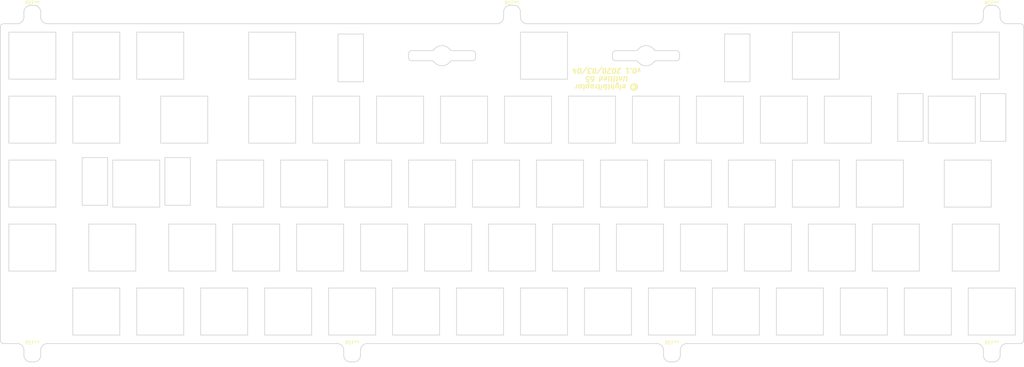
<source format=kicad_pcb>
(kicad_pcb (version 20171130) (host pcbnew "(5.1.5-0-10_14)")

  (general
    (thickness 1.6)
    (drawings 381)
    (tracks 0)
    (zones 0)
    (modules 7)
    (nets 1)
  )

  (page A4)
  (layers
    (0 F.Cu signal)
    (31 B.Cu signal)
    (32 B.Adhes user)
    (33 F.Adhes user)
    (34 B.Paste user)
    (35 F.Paste user)
    (36 B.SilkS user)
    (37 F.SilkS user)
    (38 B.Mask user)
    (39 F.Mask user)
    (40 Dwgs.User user)
    (41 Cmts.User user)
    (42 Eco1.User user)
    (43 Eco2.User user)
    (44 Edge.Cuts user)
    (45 Margin user)
    (46 B.CrtYd user)
    (47 F.CrtYd user)
    (48 B.Fab user)
    (49 F.Fab user)
  )

  (setup
    (last_trace_width 0.25)
    (trace_clearance 0.2)
    (zone_clearance 0.508)
    (zone_45_only no)
    (trace_min 0.2)
    (via_size 0.8)
    (via_drill 0.4)
    (via_min_size 0.4)
    (via_min_drill 0.3)
    (uvia_size 0.3)
    (uvia_drill 0.1)
    (uvias_allowed no)
    (uvia_min_size 0.2)
    (uvia_min_drill 0.1)
    (edge_width 0.05)
    (segment_width 0.2)
    (pcb_text_width 0.3)
    (pcb_text_size 1.5 1.5)
    (mod_edge_width 0.12)
    (mod_text_size 1 1)
    (mod_text_width 0.15)
    (pad_size 1.524 1.524)
    (pad_drill 0.762)
    (pad_to_mask_clearance 0.051)
    (solder_mask_min_width 0.25)
    (aux_axis_origin 0 0)
    (visible_elements FFFFFF7F)
    (pcbplotparams
      (layerselection 0x010fc_ffffffff)
      (usegerberextensions false)
      (usegerberattributes false)
      (usegerberadvancedattributes false)
      (creategerberjobfile false)
      (excludeedgelayer true)
      (linewidth 0.100000)
      (plotframeref false)
      (viasonmask false)
      (mode 1)
      (useauxorigin false)
      (hpglpennumber 1)
      (hpglpenspeed 20)
      (hpglpendiameter 15.000000)
      (psnegative false)
      (psa4output false)
      (plotreference true)
      (plotvalue true)
      (plotinvisibletext false)
      (padsonsilk false)
      (subtractmaskfromsilk false)
      (outputformat 1)
      (mirror false)
      (drillshape 0)
      (scaleselection 1)
      (outputdirectory "gerbers/"))
  )

  (net 0 "")

  (net_class Default "This is the default net class."
    (clearance 0.2)
    (trace_width 0.25)
    (via_dia 0.8)
    (via_drill 0.4)
    (uvia_dia 0.3)
    (uvia_drill 0.1)
  )

  (module MountingHole:MountingHole_2.2mm_M2 (layer F.Cu) (tedit 56D1B4CB) (tstamp 5E5FE332)
    (at 306.832 116.0653)
    (descr "Mounting Hole 2.2mm, no annular, M2")
    (tags "mounting hole 2.2mm no annular m2")
    (attr virtual)
    (fp_text reference REF** (at 0 -3.2) (layer F.SilkS)
      (effects (font (size 1 1) (thickness 0.15)))
    )
    (fp_text value MountingHole_2.2mm_M2 (at 0 3.2) (layer F.Fab)
      (effects (font (size 1 1) (thickness 0.15)))
    )
    (fp_circle (center 0 0) (end 2.45 0) (layer F.CrtYd) (width 0.05))
    (fp_circle (center 0 0) (end 2.2 0) (layer Cmts.User) (width 0.15))
    (fp_text user %R (at 0.3 0) (layer F.Fab)
      (effects (font (size 1 1) (thickness 0.15)))
    )
    (pad 1 np_thru_hole circle (at 0 0) (size 2.2 2.2) (drill 2.2) (layers *.Cu *.Mask))
  )

  (module MountingHole:MountingHole_2.2mm_M2 (layer F.Cu) (tedit 56D1B4CB) (tstamp 5E5FE324)
    (at 211.5947 116.0907)
    (descr "Mounting Hole 2.2mm, no annular, M2")
    (tags "mounting hole 2.2mm no annular m2")
    (attr virtual)
    (fp_text reference REF** (at 0 -3.2) (layer F.SilkS)
      (effects (font (size 1 1) (thickness 0.15)))
    )
    (fp_text value MountingHole_2.2mm_M2 (at 0 3.2) (layer F.Fab)
      (effects (font (size 1 1) (thickness 0.15)))
    )
    (fp_text user %R (at 0.3 0) (layer F.Fab)
      (effects (font (size 1 1) (thickness 0.15)))
    )
    (fp_circle (center 0 0) (end 2.2 0) (layer Cmts.User) (width 0.15))
    (fp_circle (center 0 0) (end 2.45 0) (layer F.CrtYd) (width 0.05))
    (pad 1 np_thru_hole circle (at 0 0) (size 2.2 2.2) (drill 2.2) (layers *.Cu *.Mask))
  )

  (module MountingHole:MountingHole_2.2mm_M2 (layer F.Cu) (tedit 56D1B4CB) (tstamp 5E5FE316)
    (at 116.3828 116.0653)
    (descr "Mounting Hole 2.2mm, no annular, M2")
    (tags "mounting hole 2.2mm no annular m2")
    (attr virtual)
    (fp_text reference REF** (at 0 -3.2) (layer F.SilkS)
      (effects (font (size 1 1) (thickness 0.15)))
    )
    (fp_text value MountingHole_2.2mm_M2 (at 0 3.2) (layer F.Fab)
      (effects (font (size 1 1) (thickness 0.15)))
    )
    (fp_circle (center 0 0) (end 2.45 0) (layer F.CrtYd) (width 0.05))
    (fp_circle (center 0 0) (end 2.2 0) (layer Cmts.User) (width 0.15))
    (fp_text user %R (at 0.3 0) (layer F.Fab)
      (effects (font (size 1 1) (thickness 0.15)))
    )
    (pad 1 np_thru_hole circle (at 0 0) (size 2.2 2.2) (drill 2.2) (layers *.Cu *.Mask))
  )

  (module MountingHole:MountingHole_2.2mm_M2 (layer F.Cu) (tedit 56D1B4CB) (tstamp 5E5FE2C5)
    (at 21.0947 116.0907)
    (descr "Mounting Hole 2.2mm, no annular, M2")
    (tags "mounting hole 2.2mm no annular m2")
    (attr virtual)
    (fp_text reference REF** (at 0 -3.2) (layer F.SilkS)
      (effects (font (size 1 1) (thickness 0.15)))
    )
    (fp_text value MountingHole_2.2mm_M2 (at 0 3.2) (layer F.Fab)
      (effects (font (size 1 1) (thickness 0.15)))
    )
    (fp_text user %R (at 0.3 0) (layer F.Fab)
      (effects (font (size 1 1) (thickness 0.15)))
    )
    (fp_circle (center 0 0) (end 2.2 0) (layer Cmts.User) (width 0.15))
    (fp_circle (center 0 0) (end 2.45 0) (layer F.CrtYd) (width 0.05))
    (pad 1 np_thru_hole circle (at 0 0) (size 2.2 2.2) (drill 2.2) (layers *.Cu *.Mask))
  )

  (module MountingHole:MountingHole_2.2mm_M2 (layer F.Cu) (tedit 56D1B4CB) (tstamp 5E5FE2B7)
    (at 163.9316 14.8844)
    (descr "Mounting Hole 2.2mm, no annular, M2")
    (tags "mounting hole 2.2mm no annular m2")
    (attr virtual)
    (fp_text reference REF** (at 0 -3.2) (layer F.SilkS)
      (effects (font (size 1 1) (thickness 0.15)))
    )
    (fp_text value MountingHole_2.2mm_M2 (at 0 3.2) (layer F.Fab)
      (effects (font (size 1 1) (thickness 0.15)))
    )
    (fp_circle (center 0 0) (end 2.45 0) (layer F.CrtYd) (width 0.05))
    (fp_circle (center 0 0) (end 2.2 0) (layer Cmts.User) (width 0.15))
    (fp_text user %R (at 0.3 0) (layer F.Fab)
      (effects (font (size 1 1) (thickness 0.15)))
    )
    (pad 1 np_thru_hole circle (at 0 0) (size 2.2 2.2) (drill 2.2) (layers *.Cu *.Mask))
  )

  (module MountingHole:MountingHole_2.2mm_M2 (layer F.Cu) (tedit 56D1B4CB) (tstamp 5E5FE2A9)
    (at 306.8447 14.8844)
    (descr "Mounting Hole 2.2mm, no annular, M2")
    (tags "mounting hole 2.2mm no annular m2")
    (attr virtual)
    (fp_text reference REF** (at 0 -3.2) (layer F.SilkS)
      (effects (font (size 1 1) (thickness 0.15)))
    )
    (fp_text value MountingHole_2.2mm_M2 (at 0 3.2) (layer F.Fab)
      (effects (font (size 1 1) (thickness 0.15)))
    )
    (fp_text user %R (at 0.3 0) (layer F.Fab)
      (effects (font (size 1 1) (thickness 0.15)))
    )
    (fp_circle (center 0 0) (end 2.2 0) (layer Cmts.User) (width 0.15))
    (fp_circle (center 0 0) (end 2.45 0) (layer F.CrtYd) (width 0.05))
    (pad 1 np_thru_hole circle (at 0 0) (size 2.2 2.2) (drill 2.2) (layers *.Cu *.Mask))
  )

  (module MountingHole:MountingHole_2.2mm_M2 (layer F.Cu) (tedit 56D1B4CB) (tstamp 5E5FE280)
    (at 21.0947 14.8463)
    (descr "Mounting Hole 2.2mm, no annular, M2")
    (tags "mounting hole 2.2mm no annular m2")
    (attr virtual)
    (fp_text reference REF** (at 0 -3.2) (layer F.SilkS)
      (effects (font (size 1 1) (thickness 0.15)))
    )
    (fp_text value MountingHole_2.2mm_M2 (at 0 3.2) (layer F.Fab)
      (effects (font (size 1 1) (thickness 0.15)))
    )
    (fp_circle (center 0 0) (end 2.45 0) (layer F.CrtYd) (width 0.05))
    (fp_circle (center 0 0) (end 2.2 0) (layer Cmts.User) (width 0.15))
    (fp_text user %R (at 0.3 0) (layer F.Fab)
      (effects (font (size 1 1) (thickness 0.15)))
    )
    (pad 1 np_thru_hole circle (at 0 0) (size 2.2 2.2) (drill 2.2) (layers *.Cu *.Mask))
  )

  (gr_text "© eightbitraptor\nUntitled 65\nv0.1 2020/03/04" (at 192.1891 34.2646 180) (layer F.SilkS)
    (effects (font (size 1.5 1.5) (thickness 0.3) italic))
  )
  (gr_line (start 251.924239 39.43715) (end 237.924939 39.43715) (layer Edge.Cuts) (width 0.2))
  (gr_line (start 251.924239 53.43655) (end 251.924239 39.43715) (layer Edge.Cuts) (width 0.2))
  (gr_line (start 237.924939 53.43655) (end 251.924239 53.43655) (layer Edge.Cuts) (width 0.2))
  (gr_line (start 45.043439 72.48665) (end 59.044439 72.48665) (layer Edge.Cuts) (width 0.2))
  (gr_line (start 45.043439 58.48735) (end 45.043439 72.48665) (layer Edge.Cuts) (width 0.2))
  (gr_line (start 59.044439 58.48735) (end 45.043439 58.48735) (layer Edge.Cuts) (width 0.2))
  (gr_line (start 59.044439 72.48665) (end 59.044439 58.48735) (layer Edge.Cuts) (width 0.2))
  (gr_line (start 43.519439 71.93695) (end 43.519439 57.73625) (layer Edge.Cuts) (width 0.2))
  (gr_line (start 35.944439 71.93695) (end 43.519439 71.93695) (layer Edge.Cuts) (width 0.2))
  (gr_line (start 35.944439 57.73625) (end 35.944439 71.93695) (layer Edge.Cuts) (width 0.2))
  (gr_line (start 43.519439 57.73625) (end 35.944439 57.73625) (layer Edge.Cuts) (width 0.2))
  (gr_line (start 119.712439 35.145241) (end 119.712439 20.940483) (layer Edge.Cuts) (width 0.2))
  (gr_line (start 112.137439 35.145241) (end 119.712439 35.145241) (layer Edge.Cuts) (width 0.2))
  (gr_line (start 112.137439 20.940483) (end 112.137439 35.145241) (layer Edge.Cuts) (width 0.2))
  (gr_line (start 119.712439 20.940483) (end 112.137439 20.940483) (layer Edge.Cuts) (width 0.2))
  (gr_line (start 180.486439 96.58735) (end 166.487439 96.58735) (layer Edge.Cuts) (width 0.2))
  (gr_line (start 180.486439 110.58665) (end 180.486439 96.58735) (layer Edge.Cuts) (width 0.2))
  (gr_line (start 166.487439 110.58665) (end 180.486439 110.58665) (layer Edge.Cuts) (width 0.2))
  (gr_line (start 166.487439 96.58735) (end 166.487439 110.58665) (layer Edge.Cuts) (width 0.2))
  (gr_line (start 234.836739 35.13765) (end 234.836739 20.93556) (layer Edge.Cuts) (width 0.2))
  (gr_line (start 227.261539 35.13765) (end 234.836739 35.13765) (layer Edge.Cuts) (width 0.2))
  (gr_line (start 227.261539 20.93556) (end 227.261539 35.13765) (layer Edge.Cuts) (width 0.2))
  (gr_line (start 234.836739 20.93556) (end 227.261539 20.93556) (layer Edge.Cuts) (width 0.2))
  (gr_line (start 309.074279 34.38665) (end 309.074279 20.38719) (layer Edge.Cuts) (width 0.2))
  (gr_line (start 295.074739 34.38665) (end 309.074279 34.38665) (layer Edge.Cuts) (width 0.2))
  (gr_line (start 295.074739 20.38719) (end 295.074739 34.38665) (layer Edge.Cuts) (width 0.2))
  (gr_line (start 309.074279 20.38719) (end 295.074739 20.38719) (layer Edge.Cuts) (width 0.2))
  (gr_line (start 180.486439 34.38665) (end 180.486439 20.38719) (layer Edge.Cuts) (width 0.2))
  (gr_line (start 166.487439 34.38665) (end 180.486439 34.38665) (layer Edge.Cuts) (width 0.2))
  (gr_line (start 166.487439 20.38719) (end 166.487439 34.38665) (layer Edge.Cuts) (width 0.2))
  (gr_line (start 180.486439 20.38719) (end 166.487439 20.38719) (layer Edge.Cuts) (width 0.2))
  (gr_line (start 156.674439 53.43655) (end 156.674439 39.43715) (layer Edge.Cuts) (width 0.2))
  (gr_line (start 142.674439 53.43655) (end 156.674439 53.43655) (layer Edge.Cuts) (width 0.2))
  (gr_line (start 142.674439 39.43715) (end 142.674439 53.43655) (layer Edge.Cuts) (width 0.2))
  (gr_line (start 156.674439 39.43715) (end 142.674439 39.43715) (layer Edge.Cuts) (width 0.2))
  (gr_line (start 233.162439 91.53665) (end 247.161739 91.53665) (layer Edge.Cuts) (width 0.2))
  (gr_line (start 233.162439 77.53735) (end 233.162439 91.53665) (layer Edge.Cuts) (width 0.2))
  (gr_line (start 247.161739 77.53735) (end 233.162439 77.53735) (layer Edge.Cuts) (width 0.2))
  (gr_line (start 247.161739 91.53665) (end 247.161739 77.53735) (layer Edge.Cuts) (width 0.2))
  (gr_line (start 280.499239 58.48735) (end 266.499939 58.48735) (layer Edge.Cuts) (width 0.2))
  (gr_line (start 280.499239 72.48665) (end 280.499239 58.48735) (layer Edge.Cuts) (width 0.2))
  (gr_line (start 266.499939 72.48665) (end 280.499239 72.48665) (layer Edge.Cuts) (width 0.2))
  (gr_line (start 266.499939 58.48735) (end 266.499939 72.48665) (layer Edge.Cuts) (width 0.2))
  (gr_line (start 232.874239 53.43655) (end 232.874239 39.43715) (layer Edge.Cuts) (width 0.2))
  (gr_line (start 218.874939 53.43655) (end 232.874239 53.43655) (layer Edge.Cuts) (width 0.2))
  (gr_line (start 218.874939 39.43715) (end 218.874939 53.43655) (layer Edge.Cuts) (width 0.2))
  (gr_line (start 232.874239 39.43715) (end 218.874939 39.43715) (layer Edge.Cuts) (width 0.2))
  (gr_line (start 228.399939 58.48735) (end 228.399939 72.48665) (layer Edge.Cuts) (width 0.2))
  (gr_line (start 242.399239 58.48735) (end 228.399939 58.48735) (layer Edge.Cuts) (width 0.2))
  (gr_line (start 242.399239 72.48665) (end 242.399239 58.48735) (layer Edge.Cuts) (width 0.2))
  (gr_line (start 228.399939 72.48665) (end 242.399239 72.48665) (layer Edge.Cuts) (width 0.2))
  (gr_line (start 28.086439 91.53665) (end 28.086439 77.53735) (layer Edge.Cuts) (width 0.2))
  (gr_line (start 14.087439 91.53665) (end 28.086439 91.53665) (layer Edge.Cuts) (width 0.2))
  (gr_line (start 14.087439 77.53735) (end 14.087439 91.53665) (layer Edge.Cuts) (width 0.2))
  (gr_line (start 28.086439 77.53735) (end 14.087439 77.53735) (layer Edge.Cuts) (width 0.2))
  (gr_line (start 61.712439 77.53735) (end 61.712439 91.53665) (layer Edge.Cuts) (width 0.2))
  (gr_line (start 75.711439 77.53735) (end 61.712439 77.53735) (layer Edge.Cuts) (width 0.2))
  (gr_line (start 75.711439 91.53665) (end 75.711439 77.53735) (layer Edge.Cuts) (width 0.2))
  (gr_line (start 61.712439 91.53665) (end 75.711439 91.53665) (layer Edge.Cuts) (width 0.2))
  (gr_line (start 113.811439 91.53665) (end 113.811439 77.53735) (layer Edge.Cuts) (width 0.2))
  (gr_line (start 99.812439 91.53665) (end 113.811439 91.53665) (layer Edge.Cuts) (width 0.2))
  (gr_line (start 99.812439 77.53735) (end 99.812439 91.53665) (layer Edge.Cuts) (width 0.2))
  (gr_line (start 113.811439 77.53735) (end 99.812439 77.53735) (layer Edge.Cuts) (width 0.2))
  (gr_line (start 37.899439 91.53665) (end 51.899439 91.53665) (layer Edge.Cuts) (width 0.2))
  (gr_line (start 37.899439 77.53735) (end 37.899439 91.53665) (layer Edge.Cuts) (width 0.2))
  (gr_line (start 51.899439 77.53735) (end 37.899439 77.53735) (layer Edge.Cuts) (width 0.2))
  (gr_line (start 51.899439 91.53665) (end 51.899439 77.53735) (layer Edge.Cuts) (width 0.2))
  (gr_line (start 90.287439 96.58735) (end 90.287439 110.58665) (layer Edge.Cuts) (width 0.2))
  (gr_line (start 104.286439 96.58735) (end 90.287439 96.58735) (layer Edge.Cuts) (width 0.2))
  (gr_line (start 104.286439 110.58665) (end 104.286439 96.58735) (layer Edge.Cuts) (width 0.2))
  (gr_line (start 90.287439 110.58665) (end 104.286439 110.58665) (layer Edge.Cuts) (width 0.2))
  (gr_line (start 28.086439 20.38719) (end 14.087439 20.38719) (layer Edge.Cuts) (width 0.2))
  (gr_line (start 28.086439 34.38665) (end 28.086439 20.38719) (layer Edge.Cuts) (width 0.2))
  (gr_line (start 14.087439 34.38665) (end 28.086439 34.38665) (layer Edge.Cuts) (width 0.2))
  (gr_line (start 14.087439 20.38719) (end 14.087439 34.38665) (layer Edge.Cuts) (width 0.2))
  (gr_line (start 228.111739 91.53665) (end 228.111739 77.53735) (layer Edge.Cuts) (width 0.2))
  (gr_line (start 214.112439 91.53665) (end 228.111739 91.53665) (layer Edge.Cuts) (width 0.2))
  (gr_line (start 214.112439 77.53735) (end 214.112439 91.53665) (layer Edge.Cuts) (width 0.2))
  (gr_line (start 228.111739 77.53735) (end 214.112439 77.53735) (layer Edge.Cuts) (width 0.2))
  (gr_line (start 33.137439 20.38719) (end 33.137439 34.38665) (layer Edge.Cuts) (width 0.2))
  (gr_line (start 47.136439 20.38719) (end 33.137439 20.38719) (layer Edge.Cuts) (width 0.2))
  (gr_line (start 47.136439 34.38665) (end 47.136439 20.38719) (layer Edge.Cuts) (width 0.2))
  (gr_line (start 33.137439 34.38665) (end 47.136439 34.38665) (layer Edge.Cuts) (width 0.2))
  (gr_line (start 313.836789 110.58665) (end 313.836789 96.58735) (layer Edge.Cuts) (width 0.2))
  (gr_line (start 299.837239 110.58665) (end 313.836789 110.58665) (layer Edge.Cuts) (width 0.2))
  (gr_line (start 299.837239 96.58735) (end 299.837239 110.58665) (layer Edge.Cuts) (width 0.2))
  (gr_line (start 313.836789 96.58735) (end 299.837239 96.58735) (layer Edge.Cuts) (width 0.2))
  (gr_line (start 237.636739 110.58665) (end 237.636739 96.58735) (layer Edge.Cuts) (width 0.2))
  (gr_line (start 223.637439 110.58665) (end 237.636739 110.58665) (layer Edge.Cuts) (width 0.2))
  (gr_line (start 223.637439 96.58735) (end 223.637439 110.58665) (layer Edge.Cuts) (width 0.2))
  (gr_line (start 237.636739 96.58735) (end 223.637439 96.58735) (layer Edge.Cuts) (width 0.2))
  (gr_line (start 199.538439 96.58735) (end 185.537439 96.58735) (layer Edge.Cuts) (width 0.2))
  (gr_line (start 199.538439 110.58665) (end 199.538439 96.58735) (layer Edge.Cuts) (width 0.2))
  (gr_line (start 185.537439 110.58665) (end 199.538439 110.58665) (layer Edge.Cuts) (width 0.2))
  (gr_line (start 185.537439 96.58735) (end 185.537439 110.58665) (layer Edge.Cuts) (width 0.2))
  (gr_line (start 151.911439 91.53665) (end 151.911439 77.53735) (layer Edge.Cuts) (width 0.2))
  (gr_line (start 137.912439 91.53665) (end 151.911439 91.53665) (layer Edge.Cuts) (width 0.2))
  (gr_line (start 137.912439 77.53735) (end 137.912439 91.53665) (layer Edge.Cuts) (width 0.2))
  (gr_line (start 151.911439 77.53735) (end 137.912439 77.53735) (layer Edge.Cuts) (width 0.2))
  (gr_line (start 223.349239 58.48735) (end 209.349439 58.48735) (layer Edge.Cuts) (width 0.2))
  (gr_line (start 223.349239 72.48665) (end 223.349239 58.48735) (layer Edge.Cuts) (width 0.2))
  (gr_line (start 209.349439 72.48665) (end 223.349239 72.48665) (layer Edge.Cuts) (width 0.2))
  (gr_line (start 209.349439 58.48735) (end 209.349439 72.48665) (layer Edge.Cuts) (width 0.2))
  (gr_line (start 33.137439 110.58665) (end 47.136439 110.58665) (layer Edge.Cuts) (width 0.2))
  (gr_line (start 33.137439 96.58735) (end 33.137439 110.58665) (layer Edge.Cuts) (width 0.2))
  (gr_line (start 47.136439 96.58735) (end 33.137439 96.58735) (layer Edge.Cuts) (width 0.2))
  (gr_line (start 47.136439 110.58665) (end 47.136439 96.58735) (layer Edge.Cuts) (width 0.2))
  (gr_line (start 109.337439 110.58665) (end 123.336439 110.58665) (layer Edge.Cuts) (width 0.2))
  (gr_line (start 109.337439 96.58735) (end 109.337439 110.58665) (layer Edge.Cuts) (width 0.2))
  (gr_line (start 123.336439 96.58735) (end 109.337439 96.58735) (layer Edge.Cuts) (width 0.2))
  (gr_line (start 123.336439 110.58665) (end 123.336439 96.58735) (layer Edge.Cuts) (width 0.2))
  (gr_line (start 14.087439 72.48665) (end 28.086439 72.48665) (layer Edge.Cuts) (width 0.2))
  (gr_line (start 14.087439 58.48735) (end 14.087439 72.48665) (layer Edge.Cuts) (width 0.2))
  (gr_line (start 28.086439 58.48735) (end 14.087439 58.48735) (layer Edge.Cuts) (width 0.2))
  (gr_line (start 28.086439 72.48665) (end 28.086439 58.48735) (layer Edge.Cuts) (width 0.2))
  (gr_line (start 33.137439 39.43715) (end 33.137439 53.43655) (layer Edge.Cuts) (width 0.2))
  (gr_line (start 47.136439 39.43715) (end 33.137439 39.43715) (layer Edge.Cuts) (width 0.2))
  (gr_line (start 47.136439 53.43655) (end 47.136439 39.43715) (layer Edge.Cuts) (width 0.2))
  (gr_line (start 33.137439 53.43655) (end 47.136439 53.43655) (layer Edge.Cuts) (width 0.2))
  (gr_arc (start 143.099939 27.38692) (end 145.441813 25.51192) (angle -102.6356251) (layer Edge.Cuts) (width 0.2))
  (gr_arc (start 146.222438 24.88692) (end 145.441813 25.51192) (angle -51.31781255) (layer Edge.Cuts) (width 0.2))
  (gr_line (start 152.099939 25.88692) (end 146.222438 25.88692) (layer Edge.Cuts) (width 0.2))
  (gr_arc (start 152.099939 26.88692) (end 153.099939 26.88692) (angle -90) (layer Edge.Cuts) (width 0.2))
  (gr_line (start 153.099939 27.88692) (end 153.099939 26.88692) (layer Edge.Cuts) (width 0.2))
  (gr_arc (start 152.099939 27.88692) (end 152.099939 28.88692) (angle -90) (layer Edge.Cuts) (width 0.2))
  (gr_line (start 146.222438 28.88692) (end 152.099939 28.88692) (layer Edge.Cuts) (width 0.2))
  (gr_arc (start 146.222438 29.88692) (end 146.222438 28.88692) (angle -51.31781255) (layer Edge.Cuts) (width 0.2))
  (gr_arc (start 143.099939 27.38692) (end 140.758065 29.26192) (angle -102.6356251) (layer Edge.Cuts) (width 0.2))
  (gr_arc (start 139.97744 29.88692) (end 140.758065 29.26192) (angle -51.31781255) (layer Edge.Cuts) (width 0.2))
  (gr_line (start 134.099939 28.88692) (end 139.97744 28.88692) (layer Edge.Cuts) (width 0.2))
  (gr_arc (start 134.099939 27.88692) (end 133.099939 27.88692) (angle -90) (layer Edge.Cuts) (width 0.2))
  (gr_line (start 133.099939 26.88692) (end 133.099939 27.88692) (layer Edge.Cuts) (width 0.2))
  (gr_arc (start 134.099939 26.88692) (end 134.099939 25.88692) (angle -90) (layer Edge.Cuts) (width 0.2))
  (gr_line (start 139.97744 25.88692) (end 134.099939 25.88692) (layer Edge.Cuts) (width 0.2))
  (gr_arc (start 139.97744 24.88692) (end 139.97744 25.88692) (angle -51.31781255) (layer Edge.Cuts) (width 0.2))
  (gr_arc (start 203.873939 27.38692) (end 206.215813 25.51192) (angle -102.6356251) (layer Edge.Cuts) (width 0.2))
  (gr_arc (start 206.996438 24.88692) (end 206.215813 25.51192) (angle -51.31781255) (layer Edge.Cuts) (width 0.2))
  (gr_line (start 212.873939 25.88692) (end 206.996438 25.88692) (layer Edge.Cuts) (width 0.2))
  (gr_arc (start 212.873939 26.88692) (end 213.873939 26.88692) (angle -90) (layer Edge.Cuts) (width 0.2))
  (gr_line (start 213.873939 27.88692) (end 213.873939 26.88692) (layer Edge.Cuts) (width 0.2))
  (gr_arc (start 200.75144 29.88692) (end 201.532065 29.26192) (angle -51.31781255) (layer Edge.Cuts) (width 0.2))
  (gr_line (start 194.873939 28.88692) (end 200.75144 28.88692) (layer Edge.Cuts) (width 0.2))
  (gr_arc (start 194.873939 27.88692) (end 193.873939 27.88692) (angle -90) (layer Edge.Cuts) (width 0.2))
  (gr_line (start 180.774439 53.43655) (end 194.774439 53.43655) (layer Edge.Cuts) (width 0.2))
  (gr_line (start 180.774439 39.43715) (end 180.774439 53.43655) (layer Edge.Cuts) (width 0.2))
  (gr_line (start 237.924939 39.43715) (end 237.924939 53.43655) (layer Edge.Cuts) (width 0.2))
  (gr_line (start 204.587439 110.58665) (end 218.588139 110.58665) (layer Edge.Cuts) (width 0.2))
  (gr_line (start 194.774439 39.43715) (end 180.774439 39.43715) (layer Edge.Cuts) (width 0.2))
  (gr_line (start 194.774439 53.43655) (end 194.774439 39.43715) (layer Edge.Cuts) (width 0.2))
  (gr_line (start 204.587439 96.58735) (end 204.587439 110.58665) (layer Edge.Cuts) (width 0.2))
  (gr_line (start 218.588139 96.58735) (end 204.587439 96.58735) (layer Edge.Cuts) (width 0.2))
  (gr_line (start 218.588139 110.58665) (end 218.588139 96.58735) (layer Edge.Cuts) (width 0.2))
  (gr_line (start 99.524439 34.38665) (end 99.524439 20.38719) (layer Edge.Cuts) (width 0.2))
  (gr_line (start 85.524439 34.38665) (end 99.524439 34.38665) (layer Edge.Cuts) (width 0.2))
  (gr_line (start 85.524439 20.38719) (end 85.524439 34.38665) (layer Edge.Cuts) (width 0.2))
  (gr_line (start 99.524439 20.38719) (end 85.524439 20.38719) (layer Edge.Cuts) (width 0.2))
  (gr_line (start 71.237439 96.58735) (end 71.237439 110.58665) (layer Edge.Cuts) (width 0.2))
  (gr_line (start 85.236439 96.58735) (end 71.237439 96.58735) (layer Edge.Cuts) (width 0.2))
  (gr_line (start 85.236439 110.58665) (end 85.236439 96.58735) (layer Edge.Cuts) (width 0.2))
  (gr_line (start 71.237439 110.58665) (end 85.236439 110.58665) (layer Edge.Cuts) (width 0.2))
  (gr_arc (start 212.873939 27.88692) (end 212.873939 28.88692) (angle -90) (layer Edge.Cuts) (width 0.2))
  (gr_line (start 206.996438 28.88692) (end 212.873939 28.88692) (layer Edge.Cuts) (width 0.2))
  (gr_arc (start 206.996438 29.88692) (end 206.996438 28.88692) (angle -51.31781255) (layer Edge.Cuts) (width 0.2))
  (gr_arc (start 203.873939 27.38692) (end 201.532065 29.26192) (angle -102.6356251) (layer Edge.Cuts) (width 0.2))
  (gr_line (start 52.187439 34.38665) (end 66.186439 34.38665) (layer Edge.Cuts) (width 0.2))
  (gr_line (start 52.187439 20.38719) (end 52.187439 34.38665) (layer Edge.Cuts) (width 0.2))
  (gr_line (start 66.186439 20.38719) (end 52.187439 20.38719) (layer Edge.Cuts) (width 0.2))
  (gr_line (start 66.186439 34.38665) (end 66.186439 20.38719) (layer Edge.Cuts) (width 0.2))
  (gr_line (start 190.011439 77.53735) (end 176.012439 77.53735) (layer Edge.Cuts) (width 0.2))
  (gr_line (start 190.011439 91.53665) (end 190.011439 77.53735) (layer Edge.Cuts) (width 0.2))
  (gr_line (start 176.012439 91.53665) (end 190.011439 91.53665) (layer Edge.Cuts) (width 0.2))
  (gr_line (start 176.012439 77.53735) (end 176.012439 91.53665) (layer Edge.Cuts) (width 0.2))
  (gr_line (start 303.456039 38.68615) (end 303.456039 52.88835) (layer Edge.Cuts) (width 0.2))
  (gr_line (start 256.686739 110.58665) (end 256.686739 96.58735) (layer Edge.Cuts) (width 0.2))
  (gr_line (start 242.687439 110.58665) (end 256.686739 110.58665) (layer Edge.Cuts) (width 0.2))
  (gr_line (start 242.687439 96.58735) (end 242.687439 110.58665) (layer Edge.Cuts) (width 0.2))
  (gr_line (start 256.686739 96.58735) (end 242.687439 96.58735) (layer Edge.Cuts) (width 0.2))
  (gr_line (start 247.449939 20.38719) (end 247.449939 34.38665) (layer Edge.Cuts) (width 0.2))
  (gr_line (start 261.449239 20.38719) (end 247.449939 20.38719) (layer Edge.Cuts) (width 0.2))
  (gr_line (start 261.449239 34.38665) (end 261.449239 20.38719) (layer Edge.Cuts) (width 0.2))
  (gr_line (start 247.449939 34.38665) (end 261.449239 34.38665) (layer Edge.Cuts) (width 0.2))
  (gr_line (start 309.074279 91.53665) (end 309.074279 77.53735) (layer Edge.Cuts) (width 0.2))
  (gr_line (start 295.074739 91.53665) (end 309.074279 91.53665) (layer Edge.Cuts) (width 0.2))
  (gr_line (start 295.074739 77.53735) (end 295.074739 91.53665) (layer Edge.Cuts) (width 0.2))
  (gr_line (start 309.074279 77.53735) (end 295.074739 77.53735) (layer Edge.Cuts) (width 0.2))
  (gr_line (start 213.824439 39.43715) (end 199.824439 39.43715) (layer Edge.Cuts) (width 0.2))
  (gr_line (start 213.824439 53.43655) (end 213.824439 39.43715) (layer Edge.Cuts) (width 0.2))
  (gr_line (start 199.824439 53.43655) (end 213.824439 53.43655) (layer Edge.Cuts) (width 0.2))
  (gr_line (start 199.824439 39.43715) (end 199.824439 53.43655) (layer Edge.Cuts) (width 0.2))
  (gr_line (start 75.999439 58.48735) (end 75.999439 72.48665) (layer Edge.Cuts) (width 0.2))
  (gr_line (start 89.999439 58.48735) (end 75.999439 58.48735) (layer Edge.Cuts) (width 0.2))
  (gr_line (start 89.999439 72.48665) (end 89.999439 58.48735) (layer Edge.Cuts) (width 0.2))
  (gr_line (start 75.999439 72.48665) (end 89.999439 72.48665) (layer Edge.Cuts) (width 0.2))
  (gr_line (start 286.405539 52.88835) (end 286.405539 38.68615) (layer Edge.Cuts) (width 0.2))
  (gr_line (start 278.830539 52.88835) (end 286.405539 52.88835) (layer Edge.Cuts) (width 0.2))
  (gr_line (start 278.830539 38.68615) (end 278.830539 52.88835) (layer Edge.Cuts) (width 0.2))
  (gr_line (start 60.568439 71.93695) (end 68.143439 71.93695) (layer Edge.Cuts) (width 0.2))
  (gr_line (start 60.568439 57.73625) (end 60.568439 71.93695) (layer Edge.Cuts) (width 0.2))
  (gr_line (start 68.143439 57.73625) (end 60.568439 57.73625) (layer Edge.Cuts) (width 0.2))
  (gr_line (start 68.143439 71.93695) (end 68.143439 57.73625) (layer Edge.Cuts) (width 0.2))
  (gr_line (start 261.737439 110.58665) (end 275.736739 110.58665) (layer Edge.Cuts) (width 0.2))
  (gr_line (start 261.737439 96.58735) (end 261.737439 110.58665) (layer Edge.Cuts) (width 0.2))
  (gr_line (start 275.736739 96.58735) (end 261.737439 96.58735) (layer Edge.Cuts) (width 0.2))
  (gr_line (start 275.736739 110.58665) (end 275.736739 96.58735) (layer Edge.Cuts) (width 0.2))
  (gr_line (start 311.031109 38.68615) (end 303.456039 38.68615) (layer Edge.Cuts) (width 0.2))
  (gr_line (start 311.031109 52.88835) (end 311.031109 38.68615) (layer Edge.Cuts) (width 0.2))
  (gr_line (start 303.456039 52.88835) (end 311.031109 52.88835) (layer Edge.Cuts) (width 0.2))
  (gr_line (start 73.330439 39.43715) (end 59.331439 39.43715) (layer Edge.Cuts) (width 0.2))
  (gr_line (start 73.330439 53.43655) (end 73.330439 39.43715) (layer Edge.Cuts) (width 0.2))
  (gr_line (start 59.331439 53.43655) (end 73.330439 53.43655) (layer Edge.Cuts) (width 0.2))
  (gr_line (start 286.405539 38.68615) (end 278.830539 38.68615) (layer Edge.Cuts) (width 0.2))
  (gr_line (start 292.693539 58.48735) (end 292.693539 72.48665) (layer Edge.Cuts) (width 0.2))
  (gr_line (start 306.694409 58.48735) (end 292.693539 58.48735) (layer Edge.Cuts) (width 0.2))
  (gr_line (start 306.694409 72.48665) (end 306.694409 58.48735) (layer Edge.Cuts) (width 0.2))
  (gr_line (start 118.862439 91.53665) (end 132.861439 91.53665) (layer Edge.Cuts) (width 0.2))
  (gr_line (start 118.862439 77.53735) (end 118.862439 91.53665) (layer Edge.Cuts) (width 0.2))
  (gr_line (start 132.861439 77.53735) (end 118.862439 77.53735) (layer Edge.Cuts) (width 0.2))
  (gr_line (start 132.861439 91.53665) (end 132.861439 77.53735) (layer Edge.Cuts) (width 0.2))
  (gr_line (start 59.331439 39.43715) (end 59.331439 53.43655) (layer Edge.Cuts) (width 0.2))
  (gr_line (start 137.624439 53.43655) (end 137.624439 39.43715) (layer Edge.Cuts) (width 0.2))
  (gr_line (start 123.624439 53.43655) (end 137.624439 53.43655) (layer Edge.Cuts) (width 0.2))
  (gr_line (start 123.624439 39.43715) (end 123.624439 53.43655) (layer Edge.Cuts) (width 0.2))
  (gr_line (start 280.787439 96.58735) (end 280.787439 110.58665) (layer Edge.Cuts) (width 0.2))
  (gr_line (start 294.786739 96.58735) (end 280.787439 96.58735) (layer Edge.Cuts) (width 0.2))
  (gr_line (start 294.786739 110.58665) (end 294.786739 96.58735) (layer Edge.Cuts) (width 0.2))
  (gr_line (start 280.787439 110.58665) (end 294.786739 110.58665) (layer Edge.Cuts) (width 0.2))
  (gr_line (start 185.249439 58.48735) (end 171.249439 58.48735) (layer Edge.Cuts) (width 0.2))
  (gr_line (start 185.249439 72.48665) (end 185.249439 58.48735) (layer Edge.Cuts) (width 0.2))
  (gr_line (start 171.249439 72.48665) (end 185.249439 72.48665) (layer Edge.Cuts) (width 0.2))
  (gr_line (start 171.249439 58.48735) (end 171.249439 72.48665) (layer Edge.Cuts) (width 0.2))
  (gr_line (start 292.693539 72.48665) (end 306.694409 72.48665) (layer Edge.Cuts) (width 0.2))
  (gr_line (start 147.149439 72.48665) (end 147.149439 58.48735) (layer Edge.Cuts) (width 0.2))
  (gr_line (start 133.149439 72.48665) (end 147.149439 72.48665) (layer Edge.Cuts) (width 0.2))
  (gr_line (start 133.149439 58.48735) (end 133.149439 72.48665) (layer Edge.Cuts) (width 0.2))
  (gr_line (start 137.624439 39.43715) (end 123.624439 39.43715) (layer Edge.Cuts) (width 0.2))
  (gr_line (start 175.724439 39.43715) (end 161.724439 39.43715) (layer Edge.Cuts) (width 0.2))
  (gr_line (start 66.186439 96.58735) (end 52.187439 96.58735) (layer Edge.Cuts) (width 0.2))
  (gr_line (start 66.186439 110.58665) (end 66.186439 96.58735) (layer Edge.Cuts) (width 0.2))
  (gr_line (start 52.187439 110.58665) (end 66.186439 110.58665) (layer Edge.Cuts) (width 0.2))
  (gr_line (start 52.187439 96.58735) (end 52.187439 110.58665) (layer Edge.Cuts) (width 0.2))
  (gr_line (start 247.449939 72.48665) (end 261.449239 72.48665) (layer Edge.Cuts) (width 0.2))
  (gr_line (start 247.449939 58.48735) (end 247.449939 72.48665) (layer Edge.Cuts) (width 0.2))
  (gr_line (start 261.449239 58.48735) (end 247.449939 58.48735) (layer Edge.Cuts) (width 0.2))
  (gr_line (start 261.449239 72.48665) (end 261.449239 58.48735) (layer Edge.Cuts) (width 0.2))
  (gr_line (start 209.061439 77.53735) (end 195.062439 77.53735) (layer Edge.Cuts) (width 0.2))
  (gr_line (start 209.061439 91.53665) (end 209.061439 77.53735) (layer Edge.Cuts) (width 0.2))
  (gr_line (start 195.062439 91.53665) (end 209.061439 91.53665) (layer Edge.Cuts) (width 0.2))
  (gr_line (start 195.062439 77.53735) (end 195.062439 91.53665) (layer Edge.Cuts) (width 0.2))
  (gr_line (start 147.149439 58.48735) (end 133.149439 58.48735) (layer Edge.Cuts) (width 0.2))
  (gr_line (start 128.099439 58.48735) (end 114.099439 58.48735) (layer Edge.Cuts) (width 0.2))
  (gr_line (start 128.099439 72.48665) (end 128.099439 58.48735) (layer Edge.Cuts) (width 0.2))
  (gr_line (start 204.299439 72.48665) (end 204.299439 58.48735) (layer Edge.Cuts) (width 0.2))
  (gr_line (start 190.299439 72.48665) (end 204.299439 72.48665) (layer Edge.Cuts) (width 0.2))
  (gr_line (start 190.299439 58.48735) (end 190.299439 72.48665) (layer Edge.Cuts) (width 0.2))
  (gr_line (start 204.299439 58.48735) (end 190.299439 58.48735) (layer Edge.Cuts) (width 0.2))
  (gr_line (start 85.524439 39.43715) (end 85.524439 53.43655) (layer Edge.Cuts) (width 0.2))
  (gr_line (start 99.524439 39.43715) (end 85.524439 39.43715) (layer Edge.Cuts) (width 0.2))
  (gr_line (start 99.524439 53.43655) (end 99.524439 39.43715) (layer Edge.Cuts) (width 0.2))
  (gr_line (start 85.524439 53.43655) (end 99.524439 53.43655) (layer Edge.Cuts) (width 0.2))
  (gr_line (start 175.724439 53.43655) (end 175.724439 39.43715) (layer Edge.Cuts) (width 0.2))
  (gr_line (start 161.724439 53.43655) (end 175.724439 53.43655) (layer Edge.Cuts) (width 0.2))
  (gr_line (start 161.724439 39.43715) (end 161.724439 53.43655) (layer Edge.Cuts) (width 0.2))
  (gr_line (start 152.199439 58.48735) (end 152.199439 72.48665) (layer Edge.Cuts) (width 0.2))
  (gr_line (start 166.199439 58.48735) (end 152.199439 58.48735) (layer Edge.Cuts) (width 0.2))
  (gr_line (start 270.974239 53.43655) (end 270.974239 39.43715) (layer Edge.Cuts) (width 0.2))
  (gr_line (start 256.974939 53.43655) (end 270.974239 53.43655) (layer Edge.Cuts) (width 0.2))
  (gr_line (start 256.974939 39.43715) (end 256.974939 53.43655) (layer Edge.Cuts) (width 0.2))
  (gr_line (start 270.974239 39.43715) (end 256.974939 39.43715) (layer Edge.Cuts) (width 0.2))
  (gr_line (start 301.930539 53.43655) (end 301.930539 39.43715) (layer Edge.Cuts) (width 0.2))
  (gr_line (start 287.931039 53.43655) (end 301.930539 53.43655) (layer Edge.Cuts) (width 0.2))
  (gr_line (start 287.931039 39.43715) (end 287.931039 53.43655) (layer Edge.Cuts) (width 0.2))
  (gr_line (start 301.930539 39.43715) (end 287.931039 39.43715) (layer Edge.Cuts) (width 0.2))
  (gr_line (start 128.387439 110.58665) (end 142.386439 110.58665) (layer Edge.Cuts) (width 0.2))
  (gr_line (start 128.387439 96.58735) (end 128.387439 110.58665) (layer Edge.Cuts) (width 0.2))
  (gr_line (start 142.386439 96.58735) (end 128.387439 96.58735) (layer Edge.Cuts) (width 0.2))
  (gr_line (start 142.386439 110.58665) (end 142.386439 96.58735) (layer Edge.Cuts) (width 0.2))
  (gr_line (start 170.961439 91.53665) (end 170.961439 77.53735) (layer Edge.Cuts) (width 0.2))
  (gr_line (start 156.962439 91.53665) (end 170.961439 91.53665) (layer Edge.Cuts) (width 0.2))
  (gr_line (start 156.962439 77.53735) (end 156.962439 91.53665) (layer Edge.Cuts) (width 0.2))
  (gr_line (start 170.961439 77.53735) (end 156.962439 77.53735) (layer Edge.Cuts) (width 0.2))
  (gr_line (start 114.099439 72.48665) (end 128.099439 72.48665) (layer Edge.Cuts) (width 0.2))
  (gr_line (start 114.099439 58.48735) (end 114.099439 72.48665) (layer Edge.Cuts) (width 0.2))
  (gr_line (start 28.086439 53.43655) (end 28.086439 39.43715) (layer Edge.Cuts) (width 0.2))
  (gr_line (start 14.087439 53.43655) (end 28.086439 53.43655) (layer Edge.Cuts) (width 0.2))
  (gr_line (start 14.087439 39.43715) (end 14.087439 53.43655) (layer Edge.Cuts) (width 0.2))
  (gr_line (start 28.086439 39.43715) (end 14.087439 39.43715) (layer Edge.Cuts) (width 0.2))
  (gr_line (start 271.262439 91.53665) (end 285.261739 91.53665) (layer Edge.Cuts) (width 0.2))
  (gr_line (start 271.262439 77.53735) (end 271.262439 91.53665) (layer Edge.Cuts) (width 0.2))
  (gr_line (start 285.261739 77.53735) (end 271.262439 77.53735) (layer Edge.Cuts) (width 0.2))
  (gr_line (start 285.261739 91.53665) (end 285.261739 77.53735) (layer Edge.Cuts) (width 0.2))
  (gr_line (start 266.211739 91.53665) (end 266.211739 77.53735) (layer Edge.Cuts) (width 0.2))
  (gr_line (start 252.212439 91.53665) (end 266.211739 91.53665) (layer Edge.Cuts) (width 0.2))
  (gr_line (start 252.212439 77.53735) (end 252.212439 91.53665) (layer Edge.Cuts) (width 0.2))
  (gr_line (start 266.211739 77.53735) (end 252.212439 77.53735) (layer Edge.Cuts) (width 0.2))
  (gr_line (start 166.199439 72.48665) (end 166.199439 58.48735) (layer Edge.Cuts) (width 0.2))
  (gr_line (start 152.199439 72.48665) (end 166.199439 72.48665) (layer Edge.Cuts) (width 0.2))
  (gr_line (start 18.586939 15.861243) (end 18.586939 14.38612) (layer Edge.Cuts) (width 0.2))
  (gr_arc (start 16.586939 15.861243) (end 16.586939 17.861243) (angle -90) (layer Edge.Cuts) (width 0.2))
  (gr_line (start 12.561439 17.861243) (end 16.586939 17.861243) (layer Edge.Cuts) (width 0.2))
  (gr_arc (start 12.561439 18.861243) (end 12.561439 17.861243) (angle -90) (layer Edge.Cuts) (width 0.2))
  (gr_line (start 11.561439 112.10912) (end 11.561439 18.861243) (layer Edge.Cuts) (width 0.2))
  (gr_arc (start 12.561439 112.10912) (end 11.561439 112.10912) (angle -90) (layer Edge.Cuts) (width 0.2))
  (gr_line (start 16.586939 113.10912) (end 12.561439 113.10912) (layer Edge.Cuts) (width 0.2))
  (gr_arc (start 16.586939 115.10912) (end 18.586939 115.10912) (angle -90) (layer Edge.Cuts) (width 0.2))
  (gr_line (start 18.586939 116.58412) (end 18.586939 115.10912) (layer Edge.Cuts) (width 0.2))
  (gr_arc (start 20.586939 116.58412) (end 18.586939 116.58412) (angle -90) (layer Edge.Cuts) (width 0.2))
  (gr_line (start 21.586939 118.58412) (end 20.586939 118.58412) (layer Edge.Cuts) (width 0.2))
  (gr_arc (start 21.586939 116.58412) (end 21.586939 118.58412) (angle -90) (layer Edge.Cuts) (width 0.2))
  (gr_line (start 23.586939 115.10912) (end 23.586939 116.58412) (layer Edge.Cuts) (width 0.2))
  (gr_arc (start 25.586939 115.10912) (end 25.586939 113.10912) (angle -90) (layer Edge.Cuts) (width 0.2))
  (gr_line (start 111.836939 113.10912) (end 25.586939 113.10912) (layer Edge.Cuts) (width 0.2))
  (gr_arc (start 111.836939 115.10912) (end 113.836939 115.10912) (angle -90) (layer Edge.Cuts) (width 0.2))
  (gr_line (start 113.836939 116.58412) (end 113.836939 115.10912) (layer Edge.Cuts) (width 0.2))
  (gr_arc (start 115.836939 116.58412) (end 113.836939 116.58412) (angle -90) (layer Edge.Cuts) (width 0.2))
  (gr_line (start 116.836939 118.58412) (end 115.836939 118.58412) (layer Edge.Cuts) (width 0.2))
  (gr_arc (start 116.836939 116.58412) (end 116.836939 118.58412) (angle -90) (layer Edge.Cuts) (width 0.2))
  (gr_line (start 118.836939 115.10912) (end 118.836939 116.58412) (layer Edge.Cuts) (width 0.2))
  (gr_arc (start 120.836939 115.10912) (end 120.836939 113.10912) (angle -90) (layer Edge.Cuts) (width 0.2))
  (gr_line (start 207.086939 113.10912) (end 120.836939 113.10912) (layer Edge.Cuts) (width 0.2))
  (gr_arc (start 207.086939 115.10912) (end 209.086939 115.10912) (angle -90) (layer Edge.Cuts) (width 0.2))
  (gr_line (start 209.086939 116.58412) (end 209.086939 115.10912) (layer Edge.Cuts) (width 0.2))
  (gr_arc (start 211.086939 116.58412) (end 209.086939 116.58412) (angle -90) (layer Edge.Cuts) (width 0.2))
  (gr_line (start 212.086939 118.58412) (end 211.086939 118.58412) (layer Edge.Cuts) (width 0.2))
  (gr_arc (start 212.086939 116.58412) (end 212.086939 118.58412) (angle -90) (layer Edge.Cuts) (width 0.2))
  (gr_line (start 214.086939 115.10912) (end 214.086939 116.58412) (layer Edge.Cuts) (width 0.2))
  (gr_arc (start 216.086939 115.10912) (end 216.086939 113.10912) (angle -90) (layer Edge.Cuts) (width 0.2))
  (gr_line (start 302.336939 113.10912) (end 216.086939 113.10912) (layer Edge.Cuts) (width 0.2))
  (gr_arc (start 302.336939 115.10912) (end 304.336939 115.10912) (angle -90) (layer Edge.Cuts) (width 0.2))
  (gr_line (start 304.336939 116.58412) (end 304.336939 115.10912) (layer Edge.Cuts) (width 0.2))
  (gr_arc (start 306.336939 116.58412) (end 304.336939 116.58412) (angle -90) (layer Edge.Cuts) (width 0.2))
  (gr_line (start 307.336939 118.58412) (end 306.336939 118.58412) (layer Edge.Cuts) (width 0.2))
  (gr_arc (start 307.336939 116.58412) (end 307.336939 118.58412) (angle -90) (layer Edge.Cuts) (width 0.2))
  (gr_line (start 309.336939 115.10912) (end 309.336939 116.58412) (layer Edge.Cuts) (width 0.2))
  (gr_arc (start 311.336939 115.10912) (end 311.336939 113.10912) (angle -90) (layer Edge.Cuts) (width 0.2))
  (gr_line (start 315.361355 113.10912) (end 311.336939 113.10912) (layer Edge.Cuts) (width 0.2))
  (gr_arc (start 315.361355 112.10912) (end 315.361355 113.10912) (angle -90) (layer Edge.Cuts) (width 0.2))
  (gr_line (start 316.361354 18.861243) (end 316.361354 112.10912) (layer Edge.Cuts) (width 0.2))
  (gr_arc (start 315.361355 18.861243) (end 316.361354 18.861243) (angle -90) (layer Edge.Cuts) (width 0.2))
  (gr_line (start 311.336939 17.861243) (end 315.361354 17.861243) (layer Edge.Cuts) (width 0.2))
  (gr_arc (start 311.336939 15.861243) (end 309.336939 15.861243) (angle -90) (layer Edge.Cuts) (width 0.2))
  (gr_line (start 309.336939 14.38612) (end 309.336939 15.861243) (layer Edge.Cuts) (width 0.2))
  (gr_arc (start 307.336939 14.38612) (end 309.336939 14.38612) (angle -90) (layer Edge.Cuts) (width 0.2))
  (gr_line (start 306.336939 12.386121) (end 307.336939 12.386121) (layer Edge.Cuts) (width 0.2))
  (gr_arc (start 306.336939 14.38612) (end 306.336939 12.386121) (angle -90) (layer Edge.Cuts) (width 0.2))
  (gr_line (start 304.336939 15.861243) (end 304.336939 14.38612) (layer Edge.Cuts) (width 0.2))
  (gr_arc (start 302.336939 15.861243) (end 302.336939 17.861243) (angle -90) (layer Edge.Cuts) (width 0.2))
  (gr_line (start 168.461939 17.861243) (end 302.336939 17.861243) (layer Edge.Cuts) (width 0.2))
  (gr_arc (start 168.461939 15.861243) (end 166.461939 15.861243) (angle -90) (layer Edge.Cuts) (width 0.2))
  (gr_line (start 166.461939 14.38612) (end 166.461939 15.861243) (layer Edge.Cuts) (width 0.2))
  (gr_arc (start 164.461939 14.38612) (end 166.461939 14.38612) (angle -90) (layer Edge.Cuts) (width 0.2))
  (gr_line (start 163.461939 12.386121) (end 164.461939 12.386121) (layer Edge.Cuts) (width 0.2))
  (gr_arc (start 163.461939 14.38612) (end 163.461939 12.386121) (angle -90) (layer Edge.Cuts) (width 0.2))
  (gr_line (start 161.461939 15.861243) (end 161.461939 14.38612) (layer Edge.Cuts) (width 0.2))
  (gr_arc (start 159.461939 15.861243) (end 159.461939 17.861243) (angle -90) (layer Edge.Cuts) (width 0.2))
  (gr_line (start 25.586939 17.861243) (end 159.461939 17.861243) (layer Edge.Cuts) (width 0.2))
  (gr_arc (start 25.586939 15.861243) (end 23.586939 15.861243) (angle -90) (layer Edge.Cuts) (width 0.2))
  (gr_line (start 23.586939 14.38612) (end 23.586939 15.861243) (layer Edge.Cuts) (width 0.2))
  (gr_arc (start 21.586939 14.38612) (end 23.586939 14.38612) (angle -90) (layer Edge.Cuts) (width 0.2))
  (gr_line (start 20.586939 12.386121) (end 21.586939 12.386121) (layer Edge.Cuts) (width 0.2))
  (gr_arc (start 20.586939 14.38612) (end 20.586939 12.386121) (angle -90) (layer Edge.Cuts) (width 0.2))
  (gr_line (start 109.049439 58.48735) (end 95.049439 58.48735) (layer Edge.Cuts) (width 0.2))
  (gr_line (start 109.049439 72.48665) (end 109.049439 58.48735) (layer Edge.Cuts) (width 0.2))
  (gr_line (start 95.049439 72.48665) (end 109.049439 72.48665) (layer Edge.Cuts) (width 0.2))
  (gr_line (start 95.049439 58.48735) (end 95.049439 72.48665) (layer Edge.Cuts) (width 0.2))
  (gr_line (start 94.761439 91.53665) (end 94.761439 77.53735) (layer Edge.Cuts) (width 0.2))
  (gr_line (start 80.762439 91.53665) (end 94.761439 91.53665) (layer Edge.Cuts) (width 0.2))
  (gr_line (start 80.762439 77.53735) (end 80.762439 91.53665) (layer Edge.Cuts) (width 0.2))
  (gr_line (start 94.761439 77.53735) (end 80.762439 77.53735) (layer Edge.Cuts) (width 0.2))
  (gr_line (start 104.574439 53.43655) (end 118.574439 53.43655) (layer Edge.Cuts) (width 0.2))
  (gr_line (start 104.574439 39.43715) (end 104.574439 53.43655) (layer Edge.Cuts) (width 0.2))
  (gr_line (start 118.574439 39.43715) (end 104.574439 39.43715) (layer Edge.Cuts) (width 0.2))
  (gr_line (start 118.574439 53.43655) (end 118.574439 39.43715) (layer Edge.Cuts) (width 0.2))
  (gr_line (start 161.436439 110.58665) (end 161.436439 96.58735) (layer Edge.Cuts) (width 0.2))
  (gr_line (start 147.437439 110.58665) (end 161.436439 110.58665) (layer Edge.Cuts) (width 0.2))
  (gr_line (start 147.437439 96.58735) (end 147.437439 110.58665) (layer Edge.Cuts) (width 0.2))
  (gr_line (start 161.436439 96.58735) (end 147.437439 96.58735) (layer Edge.Cuts) (width 0.2))
  (gr_line (start 193.873939 26.88692) (end 193.873939 27.88692) (layer Edge.Cuts) (width 0.2))
  (gr_arc (start 194.873939 26.88692) (end 194.873939 25.88692) (angle -90) (layer Edge.Cuts) (width 0.2))
  (gr_line (start 200.75144 25.88692) (end 194.873939 25.88692) (layer Edge.Cuts) (width 0.2))
  (gr_arc (start 200.75144 24.88692) (end 200.75144 25.88692) (angle -51.31781255) (layer Edge.Cuts) (width 0.2))

)

</source>
